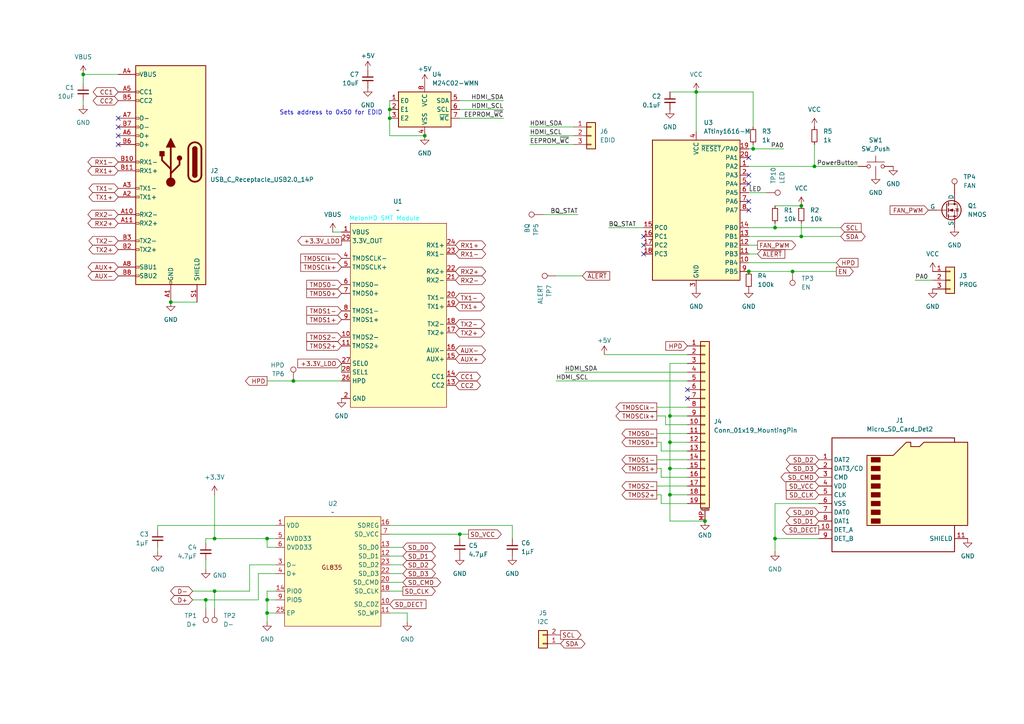
<source format=kicad_sch>
(kicad_sch (version 20250114) (generator "eeschema") (generator_version "9.0")
  (paper "A4")
  (lib_symbols
    (symbol "Connector:Micro_SD_Card_Det2"
      (property "Reference" "J" (at -16.51 17.78 0))
      (property "Value" "Micro_SD_Card_Det2" (at 16.51 17.78 0))
      (symbol "Micro_SD_Card_Det2_1_1"
        (pin bidirectional line (at -22.86 10.16 0) (length 3.81) (name "DAT2") (number "1"))
        (pin bidirectional line (at -22.86 7.62 0) (length 3.81) (name "DAT3/CD") (number "2"))
        (pin input line (at -22.86 5.08 0) (length 3.81) (name "CMD") (number "3"))
        (pin power_in line (at -22.86 2.54 0) (length 3.81) (name "VDD") (number "4"))
        (pin input line (at -22.86 0 0) (length 3.81) (name "CLK") (number "5"))
        (pin power_in line (at -22.86 -2.54 0) (length 3.81) (name "VSS") (number "6"))
        (pin bidirectional line (at -22.86 -5.08 0) (length 3.81) (name "DAT0") (number "7"))
        (pin bidirectional line (at -22.86 -7.62 0) (length 3.81) (name "DAT1") (number "8"))
        (pin passive line (at -22.86 -10.16 0) (length 3.81) (name "DET_A") (number "10"))
        (pin passive line (at -22.86 -12.7 0) (length 3.81) (name "DET_B") (number "9"))
        (pin passive line (at 20.32 -12.7 180) (length 3.81) (name "SHIELD") (number "11"))
      )
    )
    (symbol "Connector:TestPoint" (pin_numbers (hide yes)) (pin_names (offset 0.762) (hide yes))
      (property "Reference" "TP" (at 0 6.858 0))
      (property "Value" "TestPoint" (at 0 5.08 0))
      (symbol "TestPoint_1_1"
        (pin passive line (at 0 0 90) (length 2.54) (name "1") (number "1"))
      )
    )
    (symbol "Connector:USB_C_Receptacle" (pin_names (offset 1.016))
      (property "Reference" "J" (at -10.16 29.21 0))
      (property "Value" "USB_C_Receptacle" (at 10.16 29.21 0))
      (symbol "USB_C_Receptacle_1_1"
        (pin passive line (at -7.62 -40.64 90) (length 5.08) (name "SHIELD") (number "S1"))
        (pin passive line (at 0 -40.64 90) (length 5.08) (name "GND") (number "A1"))
        (pin passive line (at 0 -40.64 90) (length 5.08) (hide yes) (name "GND") (number "A12"))
        (pin passive line (at 0 -40.64 90) (length 5.08) (hide yes) (name "GND") (number "B1"))
        (pin passive line (at 0 -40.64 90) (length 5.08) (hide yes) (name "GND") (number "B12"))
        (pin passive line (at 15.24 25.4 180) (length 5.08) (name "VBUS") (number "A4"))
        (pin passive line (at 15.24 25.4 180) (length 5.08) (hide yes) (name "VBUS") (number "A9"))
        (pin passive line (at 15.24 25.4 180) (length 5.08) (hide yes) (name "VBUS") (number "B4"))
        (pin passive line (at 15.24 25.4 180) (length 5.08) (hide yes) (name "VBUS") (number "B9"))
        (pin bidirectional line (at 15.24 20.32 180) (length 5.08) (name "CC1") (number "A5"))
        (pin bidirectional line (at 15.24 17.78 180) (length 5.08) (name "CC2") (number "B5"))
        (pin bidirectional line (at 15.24 12.7 180) (length 5.08) (name "D-") (number "A7"))
        (pin bidirectional line (at 15.24 10.16 180) (length 5.08) (name "D-") (number "B7"))
        (pin bidirectional line (at 15.24 7.62 180) (length 5.08) (name "D+") (number "A6"))
        (pin bidirectional line (at 15.24 5.08 180) (length 5.08) (name "D+") (number "B6"))
        (pin bidirectional line (at 15.24 0 180) (length 5.08) (name "RX1-") (number "B10"))
        (pin bidirectional line (at 15.24 -2.54 180) (length 5.08) (name "RX1+") (number "B11"))
        (pin bidirectional line (at 15.24 -7.62 180) (length 5.08) (name "TX1-") (number "A3"))
        (pin bidirectional line (at 15.24 -10.16 180) (length 5.08) (name "TX1+") (number "A2"))
        (pin bidirectional line (at 15.24 -15.24 180) (length 5.08) (name "RX2-") (number "A10"))
        (pin bidirectional line (at 15.24 -17.78 180) (length 5.08) (name "RX2+") (number "A11"))
        (pin bidirectional line (at 15.24 -22.86 180) (length 5.08) (name "TX2-") (number "B3"))
        (pin bidirectional line (at 15.24 -25.4 180) (length 5.08) (name "TX2+") (number "B2"))
        (pin bidirectional line (at 15.24 -30.48 180) (length 5.08) (name "SBU1") (number "A8"))
        (pin bidirectional line (at 15.24 -33.02 180) (length 5.08) (name "SBU2") (number "B8"))
      )
    )
    (symbol "Connector_Generic:Conn_01x02" (pin_names (offset 1.016) (hide yes))
      (property "Reference" "J" (at 0 2.54 0))
      (property "Value" "Conn_01x02" (at 0 -5.08 0))
      (symbol "Conn_01x02_1_1"
        (pin passive line (at -5.08 0 0) (length 3.81) (name "Pin_1") (number "1"))
        (pin passive line (at -5.08 -2.54 0) (length 3.81) (name "Pin_2") (number "2"))
      )
    )
    (symbol "Connector_Generic:Conn_01x03" (pin_names (offset 1.016) (hide yes))
      (property "Reference" "J" (at 0 5.08 0))
      (property "Value" "Conn_01x03" (at 0 -5.08 0))
      (symbol "Conn_01x03_1_1"
        (pin passive line (at -5.08 2.54 0) (length 3.81) (name "Pin_1") (number "1"))
        (pin passive line (at -5.08 0 0) (length 3.81) (name "Pin_2") (number "2"))
        (pin passive line (at -5.08 -2.54 0) (length 3.81) (name "Pin_3") (number "3"))
      )
    )
    (symbol "Connector_Generic_MountingPin:Conn_01x19_MountingPin" (pin_names (offset 1.016) (hide yes))
      (property "Reference" "J" (at 0 25.4 0))
      (property "Value" "Conn_01x19_MountingPin" (at 1.27 -25.4 0))
      (symbol "Conn_01x19_MountingPin_1_1"
        (text "Mounting" (at 0 -24.511 0) (effects (font (size 0.381 0.381))))
        (pin passive line (at -5.08 22.86 0) (length 3.81) (name "Pin_1") (number "1"))
        (pin passive line (at -5.08 20.32 0) (length 3.81) (name "Pin_2") (number "2"))
        (pin passive line (at -5.08 17.78 0) (length 3.81) (name "Pin_3") (number "3"))
        (pin passive line (at -5.08 15.24 0) (length 3.81) (name "Pin_4") (number "4"))
        (pin passive line (at -5.08 12.7 0) (length 3.81) (name "Pin_5") (number "5"))
        (pin passive line (at -5.08 10.16 0) (length 3.81) (name "Pin_6") (number "6"))
        (pin passive line (at -5.08 7.62 0) (length 3.81) (name "Pin_7") (number "7"))
        (pin passive line (at -5.08 5.08 0) (length 3.81) (name "Pin_8") (number "8"))
        (pin passive line (at -5.08 2.54 0) (length 3.81) (name "Pin_9") (number "9"))
        (pin passive line (at -5.08 0 0) (length 3.81) (name "Pin_10") (number "10"))
        (pin passive line (at -5.08 -2.54 0) (length 3.81) (name "Pin_11") (number "11"))
        (pin passive line (at -5.08 -5.08 0) (length 3.81) (name "Pin_12") (number "12"))
        (pin passive line (at -5.08 -7.62 0) (length 3.81) (name "Pin_13") (number "13"))
        (pin passive line (at -5.08 -10.16 0) (length 3.81) (name "Pin_14") (number "14"))
        (pin passive line (at -5.08 -12.7 0) (length 3.81) (name "Pin_15") (number "15"))
        (pin passive line (at -5.08 -15.24 0) (length 3.81) (name "Pin_16") (number "16"))
        (pin passive line (at -5.08 -17.78 0) (length 3.81) (name "Pin_17") (number "17"))
        (pin passive line (at -5.08 -20.32 0) (length 3.81) (name "Pin_18") (number "18"))
        (pin passive line (at -5.08 -22.86 0) (length 3.81) (name "Pin_19") (number "19"))
        (pin passive line (at 0 -27.94 90) (length 3.048) (name "MountPin") (number "MP"))
      )
    )
    (symbol "Device:C_Small" (pin_numbers (hide yes)) (pin_names (offset 0.254) (hide yes))
      (property "Reference" "C" (at 0.254 1.778 0))
      (property "Value" "C_Small" (at 0.254 -2.032 0))
      (symbol "C_Small_1_1"
        (pin passive line (at 0 2.54 270) (length 2.032) (name "~") (number "1"))
        (pin passive line (at 0 -2.54 90) (length 2.032) (name "~") (number "2"))
      )
    )
    (symbol "Device:R_Small" (pin_numbers (hide yes)) (pin_names (offset 0.254) (hide yes))
      (property "Reference" "R" (at 0.762 0.508 0))
      (property "Value" "R_Small" (at 0.762 -1.016 0))
      (symbol "R_Small_1_1"
        (pin passive line (at 0 2.54 270) (length 0.762) (name "~") (number "1"))
        (pin passive line (at 0 -2.54 90) (length 0.762) (name "~") (number "2"))
      )
    )
    (symbol "MCU_Microchip_ATtiny:ATtiny1616-M"
      (property "Reference" "U" (at -12.7 21.59 0))
      (property "Value" "ATtiny1616-M" (at 2.54 -21.59 0))
      (symbol "ATtiny1616-M_1_1"
        (pin bidirectional line (at -15.24 -5.08 0) (length 2.54) (name "PC0") (number "15"))
        (pin bidirectional line (at -15.24 -7.62 0) (length 2.54) (name "PC1") (number "16"))
        (pin bidirectional line (at -15.24 -10.16 0) (length 2.54) (name "PC2") (number "17"))
        (pin bidirectional line (at -15.24 -12.7 0) (length 2.54) (name "PC3") (number "18"))
        (pin power_in line (at 0 22.86 270) (length 2.54) (name "VCC") (number "4"))
        (pin passive line (at 0 -22.86 90) (length 2.54) (hide yes) (name "GND") (number "21"))
        (pin power_in line (at 0 -22.86 90) (length 2.54) (name "GND") (number "3"))
        (pin bidirectional line (at 15.24 17.78 180) (length 2.54) (name "~{RESET}/PA0") (number "19"))
        (pin bidirectional line (at 15.24 15.24 180) (length 2.54) (name "PA1") (number "20"))
        (pin bidirectional line (at 15.24 12.7 180) (length 2.54) (name "PA2") (number "1"))
        (pin bidirectional line (at 15.24 10.16 180) (length 2.54) (name "PA3") (number "2"))
        (pin bidirectional line (at 15.24 7.62 180) (length 2.54) (name "PA4") (number "5"))
        (pin bidirectional line (at 15.24 5.08 180) (length 2.54) (name "PA5") (number "6"))
        (pin bidirectional line (at 15.24 2.54 180) (length 2.54) (name "PA6") (number "7"))
        (pin bidirectional line (at 15.24 0 180) (length 2.54) (name "PA7") (number "8"))
        (pin bidirectional line (at 15.24 -5.08 180) (length 2.54) (name "PB0") (number "14"))
        (pin bidirectional line (at 15.24 -7.62 180) (length 2.54) (name "PB1") (number "13"))
        (pin bidirectional line (at 15.24 -10.16 180) (length 2.54) (name "PB2") (number "12"))
        (pin bidirectional line (at 15.24 -12.7 180) (length 2.54) (name "PB3") (number "11"))
        (pin bidirectional line (at 15.24 -15.24 180) (length 2.54) (name "PB4") (number "10"))
        (pin bidirectional line (at 15.24 -17.78 180) (length 2.54) (name "PB5") (number "9"))
      )
    )
    (symbol "Memory_EEPROM:M24C02-WMN"
      (property "Reference" "U" (at -6.35 6.35 0))
      (property "Value" "M24C02-WMN" (at 7.62 6.35 0))
      (symbol "M24C02-WMN_1_1"
        (pin input line (at -10.16 2.54 0) (length 2.54) (name "E0") (number "1"))
        (pin input line (at -10.16 0 0) (length 2.54) (name "E1") (number "2"))
        (pin input line (at -10.16 -2.54 0) (length 2.54) (name "E2") (number "3"))
        (pin power_in line (at 0 7.62 270) (length 2.54) (name "VCC") (number "8"))
        (pin power_in line (at 0 -7.62 90) (length 2.54) (name "VSS") (number "4"))
        (pin bidirectional line (at 10.16 2.54 180) (length 2.54) (name "SDA") (number "5"))
        (pin input line (at 10.16 0 180) (length 2.54) (name "SCL") (number "6"))
        (pin input line (at 10.16 -2.54 180) (length 2.54) (name "~{WC}") (number "7"))
      )
    )
    (symbol "SamacSys_Parts:GL835"
      (property "Reference" "U1" (at 0 19.05 0))
      (property "Value" "~" (at 0 16.51 0))
      (symbol "GL835_1_1"
        (text "GL835" (at -0.254 0.508 0) (effects (font (size 1.27 1.27))))
        (pin input line (at -16.51 12.7 0) (length 2.54) (name "VDD") (number "1"))
        (pin input line (at -16.51 8.89 0) (length 2.54) (name "AVDD33") (number "5"))
        (pin input line (at -16.51 6.35 0) (length 2.54) (name "DVDD33") (number "6"))
        (pin input line (at -16.51 1.27 0) (length 2.54) (name "D-") (number "3"))
        (pin input line (at -16.51 -1.27 0) (length 2.54) (name "D+") (number "4"))
        (pin input line (at -16.51 -6.35 0) (length 2.54) (name "PIO0") (number "14"))
        (pin input line (at -16.51 -8.89 0) (length 2.54) (name "PIO5") (number "9"))
        (pin input line (at -16.51 -12.7 0) (length 2.54) (name "EP") (number "25"))
        (pin input line (at 16.51 12.7 180) (length 2.54) (name "SDREG") (number "16"))
        (pin input line (at 16.51 10.16 180) (length 2.54) (name "SD_VCC") (number "7"))
        (pin input line (at 16.51 6.35 180) (length 2.54) (name "SD_D0") (number "13"))
        (pin input line (at 16.51 3.81 180) (length 2.54) (name "SD_D1") (number "12"))
        (pin input line (at 16.51 1.27 180) (length 2.54) (name "SD_D2") (number "23"))
        (pin input line (at 16.51 -1.27 180) (length 2.54) (name "SD_D3") (number "22"))
        (pin input line (at 16.51 -3.81 180) (length 2.54) (name "SD_CMD") (number "20"))
        (pin input line (at 16.51 -6.35 180) (length 2.54) (name "SD_CLK") (number "18"))
        (pin input line (at 16.51 -10.16 180) (length 2.54) (name "SD_CDZ") (number "10"))
        (pin input line (at 16.51 -12.7 180) (length 2.54) (name "SD_WP") (number "11"))
      )
    )
    (symbol "Simulation_SPICE:NMOS" (pin_numbers (hide yes)) (pin_names (offset 0))
      (property "Reference" "Q2" (at 6.35 1.2701 0))
      (property "Value" "NMOS" (at 6.35 -1.2699 0))
      (symbol "NMOS_1_1"
        (pin input line (at -5.08 0 0) (length 2.54) (name "G") (number "1"))
        (pin passive line (at 2.54 5.08 270) (length 2.54) (name "D") (number "3"))
        (pin passive line (at 2.54 -5.08 90) (length 2.54) (name "S") (number "2"))
      )
    )
    (symbol "Switch:SW_Push" (pin_numbers (hide yes)) (pin_names (offset 1.016) (hide yes))
      (property "Reference" "SW1" (at 0 7.62 0))
      (property "Value" "SW_Push" (at 0 5.08 0))
      (symbol "SW_Push_0_1"
        (pin passive line (at -5.08 0 0) (length 2.54) (name "1") (number "1"))
        (pin passive line (at 5.08 0 180) (length 2.54) (name "2") (number "2"))
      )
      (symbol "SW_Push_1_1"
        (pin passive line (at 0 -2.54 90) (length 2.54) (name "MP") (number "MP"))
      )
    )
    (symbol "melonHD_module:melonHD_SMT"
      (property "Reference" "U4" (at -18.034 25.654 0))
      (property "Value" "~" (at -5.2172 25.4 0))
      (symbol "melonHD_SMT_1_1"
        (text "MelonHD SMT Module" (at -9.144 23.114 0) (effects (font (size 1.27 1.27))))
        (pin input line (at -21.59 19.05 0) (length 2.54) (name "VBUS") (number "1"))
        (pin input line (at -21.59 16.51 0) (length 2.54) (name "3.3V_OUT") (number "29"))
        (pin input line (at -21.59 11.43 0) (length 2.54) (name "TMDSCLK-") (number "4"))
        (pin input line (at -21.59 8.89 0) (length 2.54) (name "TMDSCLK+") (number "5"))
        (pin input line (at -21.59 3.81 0) (length 2.54) (name "TMDS0-") (number "6"))
        (pin input line (at -21.59 1.27 0) (length 2.54) (name "TMDS0+") (number "7"))
        (pin input line (at -21.59 -3.81 0) (length 2.54) (name "TMDS1-") (number "8"))
        (pin input line (at -21.59 -6.35 0) (length 2.54) (name "TMDS1+") (number "9"))
        (pin input line (at -21.59 -11.43 0) (length 2.54) (name "TMDS2-") (number "10"))
        (pin input line (at -21.59 -13.97 0) (length 2.54) (name "TMDS2+") (number "11"))
        (pin input line (at -21.59 -19.05 0) (length 2.54) (name "SEL0") (number "27"))
        (pin input line (at -21.59 -21.59 0) (length 2.54) (name "SEL1") (number "28"))
        (pin input line (at -21.59 -24.13 0) (length 2.54) (name "HPD") (number "26"))
        (pin input line (at -21.59 -29.21 0) (length 2.54) (hide yes) (name "GND") (number "12"))
        (pin input line (at -21.59 -29.21 0) (length 2.54) (name "GND") (number "2"))
        (pin input line (at -21.59 -29.21 0) (length 2.54) (hide yes) (name "GND") (number "25"))
        (pin input line (at -21.59 -29.21 0) (length 2.54) (hide yes) (name "GND") (number "3"))
        (pin input line (at -21.59 -29.21 0) (length 2.54) (hide yes) (name "GND") (number "30"))
        (pin input line (at -21.59 -29.21 0) (length 2.54) (hide yes) (name "GND") (number "31"))
        (pin input line (at 11.43 15.24 180) (length 2.54) (name "RX1+") (number "24"))
        (pin input line (at 11.43 12.7 180) (length 2.54) (name "RX1-") (number "23"))
        (pin input line (at 11.43 7.62 180) (length 2.54) (name "RX2+") (number "22"))
        (pin input line (at 11.43 5.08 180) (length 2.54) (name "RX2-") (number "21"))
        (pin input line (at 11.43 0 180) (length 2.54) (name "TX1-") (number "20"))
        (pin input line (at 11.43 -2.54 180) (length 2.54) (name "TX1+") (number "19"))
        (pin input line (at 11.43 -7.62 180) (length 2.54) (name "TX2-") (number "18"))
        (pin input line (at 11.43 -10.16 180) (length 2.54) (name "TX2+") (number "17"))
        (pin input line (at 11.43 -15.24 180) (length 2.54) (name "AUX-") (number "16"))
        (pin input line (at 11.43 -17.78 180) (length 2.54) (name "AUX+") (number "15"))
        (pin input line (at 11.43 -22.86 180) (length 2.54) (name "CC1") (number "14"))
        (pin input line (at 11.43 -25.4 180) (length 2.54) (name "CC2") (number "13"))
      )
    )
    (symbol "power:+3.3V" (power) (pin_numbers (hide yes)) (pin_names (offset 0) (hide yes))
      (property "Value" "+3.3V" (at 0 3.556 0))
      (symbol "+3.3V_1_1"
        (pin power_in line (at 0 0 90) (length 0) (name "~") (number "1"))
      )
    )
    (symbol "power:+5V" (power) (pin_names (offset 0))
      (property "Value" "+5V" (at 0 3.556 0))
      (symbol "+5V_1_1"
        (pin power_in line (at 0 0 90) (length 0) (hide yes) (name "+5V") (number "1"))
      )
    )
    (symbol "power:GND" (power) (pin_numbers (hide yes)) (pin_names (offset 0) (hide yes))
      (property "Value" "GND" (at 0 -3.81 0))
      (symbol "GND_1_1"
        (pin power_in line (at 0 0 270) (length 0) (name "~") (number "1"))
      )
    )
    (symbol "power:VBUS" (power) (pin_numbers (hide yes)) (pin_names (offset 0) (hide yes))
      (property "Value" "VBUS" (at 0 3.556 0))
      (symbol "VBUS_1_1"
        (pin power_in line (at 0 0 90) (length 0) (name "~") (number "1"))
      )
    )
    (symbol "power:VCC" (power) (pin_numbers (hide yes)) (pin_names (offset 0) (hide yes))
      (property "Value" "VCC" (at 0 3.556 0))
      (symbol "VCC_1_1"
        (pin power_in line (at 0 0 90) (length 0) (name "~") (number "1"))
      )
    )
  )
  (text "Sets address to 0x50 for EDID" (at 96.012 32.766 0) (effects (font (size 1.27 1.27))))
  (junction (at 224.79 66.04))
  (junction (at 77.47 156.21))
  (junction (at 123.19 39.37))
  (junction (at 194.31 135.89))
  (junction (at 59.69 173.99))
  (junction (at 77.47 177.8))
  (junction (at 194.31 128.27))
  (junction (at 113.03 31.75))
  (junction (at 62.23 171.45))
  (junction (at 133.35 154.94))
  (junction (at 62.23 156.21))
  (junction (at 24.13 21.59))
  (junction (at 194.31 120.65))
  (junction (at 236.22 48.26))
  (junction (at 232.41 68.58))
  (junction (at 217.17 78.74))
  (junction (at 194.31 143.51))
  (junction (at 85.09 110.49))
  (junction (at 77.47 173.99))
  (junction (at 204.47 151.13))
  (junction (at 229.87 78.74))
  (junction (at 232.41 59.69))
  (junction (at 49.53 87.63))
  (junction (at 218.44 43.18))
  (junction (at 201.93 26.67))
  (junction (at 113.03 34.29))
  (junction (at 224.79 156.21))
  (no_connect (at 217.17 53.34))
  (no_connect (at 217.17 50.8))
  (no_connect (at 186.69 71.12))
  (no_connect (at 199.39 113.03))
  (no_connect (at 186.69 68.58))
  (no_connect (at 34.29 41.91))
  (no_connect (at 186.69 73.66))
  (no_connect (at 34.29 39.37))
  (no_connect (at 199.39 115.57))
  (no_connect (at 34.29 36.83))
  (no_connect (at 217.17 58.42))
  (no_connect (at 34.29 34.29))
  (no_connect (at 217.17 45.72))
  (no_connect (at 217.17 60.96))
  (wire (pts (xy 116.84 171.45) (xy 113.03 171.45)))
  (wire (pts (xy 118.11 180.34) (xy 118.11 177.8)))
  (wire (pts (xy 236.22 48.26) (xy 248.92 48.26)))
  (wire (pts (xy 161.29 110.49) (xy 199.39 110.49)))
  (wire (pts (xy 217.17 43.18) (xy 218.44 43.18)))
  (wire (pts (xy 59.69 162.56) (xy 59.69 165.1)))
  (wire (pts (xy 133.35 154.94) (xy 135.89 154.94)))
  (wire (pts (xy 74.93 166.37) (xy 80.01 166.37)))
  (wire (pts (xy 55.88 171.45) (xy 62.23 171.45)))
  (wire (pts (xy 217.17 76.2) (xy 242.57 76.2)))
  (wire (pts (xy 224.79 156.21) (xy 237.49 156.21)))
  (wire (pts (xy 219.71 73.66) (xy 217.17 73.66)))
  (wire (pts (xy 157.48 62.23) (xy 167.64 62.23)))
  (wire (pts (xy 153.67 39.37) (xy 166.37 39.37)))
  (wire (pts (xy 62.23 171.45) (xy 62.23 176.53)))
  (wire (pts (xy 224.79 64.77) (xy 224.79 66.04)))
  (wire (pts (xy 232.41 68.58) (xy 243.84 68.58)))
  (wire (pts (xy 153.67 36.83) (xy 166.37 36.83)))
  (wire (pts (xy 224.79 156.21) (xy 224.79 160.02)))
  (wire (pts (xy 199.39 135.89) (xy 194.31 135.89)))
  (wire (pts (xy 224.79 66.04) (xy 243.84 66.04)))
  (wire (pts (xy 217.17 68.58) (xy 232.41 68.58)))
  (wire (pts (xy 218.44 26.67) (xy 218.44 36.83)))
  (wire (pts (xy 194.31 26.67) (xy 201.93 26.67)))
  (wire (pts (xy 80.01 177.8) (xy 77.47 177.8)))
  (wire (pts (xy 190.5 125.73) (xy 199.39 125.73)))
  (wire (pts (xy 96.52 67.31) (xy 99.06 67.31)))
  (wire (pts (xy 24.13 29.21) (xy 24.13 30.48)))
  (wire (pts (xy 199.39 105.41) (xy 194.31 105.41)))
  (wire (pts (xy 77.47 158.75) (xy 77.47 156.21)))
  (wire (pts (xy 191.77 135.89) (xy 190.5 135.89)))
  (wire (pts (xy 148.59 152.4) (xy 148.59 156.21)))
  (wire (pts (xy 194.31 143.51) (xy 194.31 151.13)))
  (wire (pts (xy 133.35 29.21) (xy 146.05 29.21)))
  (wire (pts (xy 176.53 66.04) (xy 186.69 66.04)))
  (wire (pts (xy 218.44 43.18) (xy 227.33 43.18)))
  (wire (pts (xy 77.47 171.45) (xy 77.47 173.99)))
  (wire (pts (xy 77.47 173.99) (xy 80.01 173.99)))
  (wire (pts (xy 218.44 41.91) (xy 218.44 43.18)))
  (wire (pts (xy 80.01 171.45) (xy 77.47 171.45)))
  (wire (pts (xy 219.71 71.12) (xy 217.17 71.12)))
  (wire (pts (xy 191.77 128.27) (xy 191.77 130.81)))
  (wire (pts (xy 116.84 158.75) (xy 113.03 158.75)))
  (wire (pts (xy 77.47 173.99) (xy 77.47 177.8)))
  (wire (pts (xy 163.83 107.95) (xy 199.39 107.95)))
  (wire (pts (xy 194.31 151.13) (xy 204.47 151.13)))
  (wire (pts (xy 113.03 34.29) (xy 113.03 39.37)))
  (wire (pts (xy 113.03 152.4) (xy 148.59 152.4)))
  (wire (pts (xy 237.49 146.05) (xy 224.79 146.05)))
  (wire (pts (xy 153.67 41.91) (xy 166.37 41.91)))
  (wire (pts (xy 62.23 143.51) (xy 62.23 156.21)))
  (wire (pts (xy 190.5 140.97) (xy 199.39 140.97)))
  (wire (pts (xy 199.39 143.51) (xy 194.31 143.51)))
  (wire (pts (xy 59.69 173.99) (xy 59.69 176.53)))
  (wire (pts (xy 74.93 173.99) (xy 74.93 166.37)))
  (wire (pts (xy 113.03 29.21) (xy 113.03 31.75)))
  (wire (pts (xy 85.09 110.49) (xy 99.06 110.49)))
  (wire (pts (xy 193.04 120.65) (xy 193.04 123.19)))
  (wire (pts (xy 265.43 81.28) (xy 270.51 81.28)))
  (wire (pts (xy 59.69 157.48) (xy 59.69 156.21)))
  (wire (pts (xy 77.47 110.49) (xy 85.09 110.49)))
  (wire (pts (xy 116.84 163.83) (xy 113.03 163.83)))
  (wire (pts (xy 77.47 177.8) (xy 77.47 180.34)))
  (wire (pts (xy 24.13 21.59) (xy 34.29 21.59)))
  (wire (pts (xy 194.31 135.89) (xy 194.31 143.51)))
  (wire (pts (xy 99.06 105.41) (xy 99.06 107.95)))
  (wire (pts (xy 194.31 128.27) (xy 194.31 135.89)))
  (wire (pts (xy 232.41 64.77) (xy 232.41 68.58)))
  (wire (pts (xy 191.77 146.05) (xy 191.77 143.51)))
  (wire (pts (xy 161.29 80.01) (xy 168.91 80.01)))
  (wire (pts (xy 113.03 154.94) (xy 133.35 154.94)))
  (wire (pts (xy 217.17 48.26) (xy 236.22 48.26)))
  (wire (pts (xy 201.93 26.67) (xy 218.44 26.67)))
  (wire (pts (xy 190.5 118.11) (xy 199.39 118.11)))
  (wire (pts (xy 116.84 168.91) (xy 113.03 168.91)))
  (wire (pts (xy 190.5 133.35) (xy 199.39 133.35)))
  (wire (pts (xy 229.87 78.74) (xy 217.17 78.74)))
  (wire (pts (xy 113.03 39.37) (xy 123.19 39.37)))
  (wire (pts (xy 175.26 102.87) (xy 199.39 102.87)))
  (wire (pts (xy 193.04 123.19) (xy 199.39 123.19)))
  (wire (pts (xy 45.72 160.02) (xy 45.72 158.75)))
  (wire (pts (xy 116.84 166.37) (xy 113.03 166.37)))
  (wire (pts (xy 242.57 78.74) (xy 229.87 78.74)))
  (wire (pts (xy 55.88 173.99) (xy 59.69 173.99)))
  (wire (pts (xy 45.72 153.67) (xy 45.72 152.4)))
  (wire (pts (xy 72.39 171.45) (xy 72.39 163.83)))
  (wire (pts (xy 190.5 128.27) (xy 191.77 128.27)))
  (wire (pts (xy 199.39 138.43) (xy 191.77 138.43)))
  (wire (pts (xy 217.17 55.88) (xy 222.25 55.88)))
  (wire (pts (xy 199.39 120.65) (xy 194.31 120.65)))
  (wire (pts (xy 59.69 173.99) (xy 74.93 173.99)))
  (wire (pts (xy 113.03 177.8) (xy 118.11 177.8)))
  (wire (pts (xy 199.39 130.81) (xy 191.77 130.81)))
  (wire (pts (xy 45.72 152.4) (xy 80.01 152.4)))
  (wire (pts (xy 113.03 31.75) (xy 113.03 34.29)))
  (wire (pts (xy 191.77 138.43) (xy 191.77 135.89)))
  (wire (pts (xy 191.77 143.51) (xy 190.5 143.51)))
  (wire (pts (xy 62.23 156.21) (xy 77.47 156.21)))
  (wire (pts (xy 194.31 120.65) (xy 194.31 128.27)))
  (wire (pts (xy 24.13 24.13) (xy 24.13 21.59)))
  (wire (pts (xy 224.79 146.05) (xy 224.79 156.21)))
  (wire (pts (xy 133.35 31.75) (xy 146.05 31.75)))
  (wire (pts (xy 80.01 158.75) (xy 77.47 158.75)))
  (wire (pts (xy 199.39 146.05) (xy 191.77 146.05)))
  (wire (pts (xy 133.35 154.94) (xy 133.35 156.21)))
  (wire (pts (xy 133.35 34.29) (xy 146.05 34.29)))
  (wire (pts (xy 59.69 156.21) (xy 62.23 156.21)))
  (wire (pts (xy 72.39 163.83) (xy 80.01 163.83)))
  (wire (pts (xy 77.47 156.21) (xy 80.01 156.21)))
  (wire (pts (xy 49.53 87.63) (xy 57.15 87.63)))
  (wire (pts (xy 224.79 59.69) (xy 232.41 59.69)))
  (wire (pts (xy 199.39 128.27) (xy 194.31 128.27)))
  (wire (pts (xy 236.22 41.91) (xy 236.22 48.26)))
  (wire (pts (xy 62.23 171.45) (xy 72.39 171.45)))
  (wire (pts (xy 190.5 120.65) (xy 193.04 120.65)))
  (wire (pts (xy 116.84 161.29) (xy 113.03 161.29)))
  (wire (pts (xy 201.93 26.67) (xy 201.93 38.1)))
  (wire (pts (xy 194.31 105.41) (xy 194.31 120.65)))
  (wire (pts (xy 217.17 66.04) (xy 224.79 66.04)))
  (label "LED" (at 217.17 55.88 0))
  (label "EEPROM_~{WC}" (at 153.67 41.91 0))
  (label "BQ_STAT" (at 167.64 62.23 180))
  (label "BQ_STAT" (at 176.53 66.04 0))
  (label "HDMI_SCL" (at 161.29 110.49 0))
  (label "PA0" (at 227.33 43.18 180))
  (label "HDMI_SDA" (at 146.05 29.21 180))
  (label "PA0" (at 265.43 81.28 0))
  (label "HDMI_SCL" (at 146.05 31.75 180))
  (label "HDMI_SDA" (at 153.67 36.83 0))
  (label "EEPROM_~{WC}" (at 146.05 34.29 180))
  (label "HDMI_SCL" (at 153.67 39.37 0))
  (label "PowerButton" (at 248.92 48.26 180))
  (label "HDMI_SDA" (at 163.83 107.95 0))
  (global_label "TMDSClk-" (shape input) (at 99.06 74.93 180) (property "Intersheetrefs" "${INTERSHEET_REFS}" (effects (hide yes))))
  (global_label "RX1+" (shape bidirectional) (at 34.29 49.53 180) (property "Intersheetrefs" "${INTERSHEET_REFS}" (effects (hide yes))))
  (global_label "SD_CMD" (shape bidirectional) (at 116.84 168.91 0) (property "Intersheetrefs" "${INTERSHEET_REFS}" (effects (hide yes))))
  (global_label "TMDS0-" (shape output) (at 190.5 125.73 180) (property "Intersheetrefs" "${INTERSHEET_REFS}" (effects (hide yes))))
  (global_label "TX2-" (shape bidirectional) (at 132.08 93.98 0) (property "Intersheetrefs" "${INTERSHEET_REFS}" (effects (hide yes))))
  (global_label "SD_DECT" (shape input) (at 113.03 175.26 0) (property "Intersheetrefs" "${INTERSHEET_REFS}" (effects (hide yes))))
  (global_label "TX2-" (shape bidirectional) (at 34.29 69.85 180) (property "Intersheetrefs" "${INTERSHEET_REFS}" (effects (hide yes))))
  (global_label "TMDS1-" (shape output) (at 190.5 133.35 180) (property "Intersheetrefs" "${INTERSHEET_REFS}" (effects (hide yes))))
  (global_label "SD_D3" (shape bidirectional) (at 237.49 135.89 180) (property "Intersheetrefs" "${INTERSHEET_REFS}" (effects (hide yes))))
  (global_label "SD_DECT" (shape output) (at 237.49 153.67 180) (property "Intersheetrefs" "${INTERSHEET_REFS}" (effects (hide yes))))
  (global_label "AUX-" (shape bidirectional) (at 34.29 80.01 180) (property "Intersheetrefs" "${INTERSHEET_REFS}" (effects (hide yes))))
  (global_label "SCL" (shape output) (at 162.56 184.15 0) (property "Intersheetrefs" "${INTERSHEET_REFS}" (effects (hide yes))))
  (global_label "TMDSClk-" (shape output) (at 190.5 118.11 180) (property "Intersheetrefs" "${INTERSHEET_REFS}" (effects (hide yes))))
  (global_label "EN" (shape output) (at 242.57 78.74 0) (property "Intersheetrefs" "${INTERSHEET_REFS}" (effects (hide yes))))
  (global_label "SD_D1" (shape bidirectional) (at 116.84 161.29 0) (property "Intersheetrefs" "${INTERSHEET_REFS}" (effects (hide yes))))
  (global_label "TX1+" (shape bidirectional) (at 132.08 88.9 0) (property "Intersheetrefs" "${INTERSHEET_REFS}" (effects (hide yes))))
  (global_label "TMDSClk+" (shape input) (at 99.06 77.47 180) (property "Intersheetrefs" "${INTERSHEET_REFS}" (effects (hide yes))))
  (global_label "SD_D2" (shape bidirectional) (at 116.84 163.83 0) (property "Intersheetrefs" "${INTERSHEET_REFS}" (effects (hide yes))))
  (global_label "TMDS2-" (shape input) (at 99.06 97.79 180) (property "Intersheetrefs" "${INTERSHEET_REFS}" (effects (hide yes))))
  (global_label "TMDS0-" (shape input) (at 99.06 82.55 180) (property "Intersheetrefs" "${INTERSHEET_REFS}" (effects (hide yes))))
  (global_label "TMDS1-" (shape input) (at 99.06 90.17 180) (property "Intersheetrefs" "${INTERSHEET_REFS}" (effects (hide yes))))
  (global_label "SD_CLK" (shape input) (at 237.49 143.51 180) (property "Intersheetrefs" "${INTERSHEET_REFS}" (effects (hide yes))))
  (global_label "HPD" (shape input) (at 242.57 76.2 0) (property "Intersheetrefs" "${INTERSHEET_REFS}" (effects (hide yes))))
  (global_label "SD_CLK" (shape output) (at 116.84 171.45 0) (property "Intersheetrefs" "${INTERSHEET_REFS}" (effects (hide yes))))
  (global_label "CC1" (shape bidirectional) (at 34.29 26.67 180) (property "Intersheetrefs" "${INTERSHEET_REFS}" (effects (hide yes))))
  (global_label "TMDS2+" (shape input) (at 99.06 100.33 180) (property "Intersheetrefs" "${INTERSHEET_REFS}" (effects (hide yes))))
  (global_label "TMDSClk+" (shape output) (at 190.5 120.65 180) (property "Intersheetrefs" "${INTERSHEET_REFS}" (effects (hide yes))))
  (global_label "RX1-" (shape bidirectional) (at 34.29 46.99 180) (property "Intersheetrefs" "${INTERSHEET_REFS}" (effects (hide yes))))
  (global_label "+3.3V_LDO" (shape input) (at 99.06 105.41 180) (property "Intersheetrefs" "${INTERSHEET_REFS}" (effects (hide yes))))
  (global_label "RX2-" (shape bidirectional) (at 132.08 81.28 0) (property "Intersheetrefs" "${INTERSHEET_REFS}" (effects (hide yes))))
  (global_label "SD_D2" (shape bidirectional) (at 237.49 133.35 180) (property "Intersheetrefs" "${INTERSHEET_REFS}" (effects (hide yes))))
  (global_label "TX1-" (shape bidirectional) (at 34.29 54.61 180) (property "Intersheetrefs" "${INTERSHEET_REFS}" (effects (hide yes))))
  (global_label "TX2+" (shape bidirectional) (at 34.29 72.39 180) (property "Intersheetrefs" "${INTERSHEET_REFS}" (effects (hide yes))))
  (global_label "RX1-" (shape bidirectional) (at 132.08 73.66 0) (property "Intersheetrefs" "${INTERSHEET_REFS}" (effects (hide yes))))
  (global_label "SD_D3" (shape bidirectional) (at 116.84 166.37 0) (property "Intersheetrefs" "${INTERSHEET_REFS}" (effects (hide yes))))
  (global_label "AUX+" (shape bidirectional) (at 132.08 104.14 0) (property "Intersheetrefs" "${INTERSHEET_REFS}" (effects (hide yes))))
  (global_label "HPD" (shape input) (at 199.39 100.33 180) (property "Intersheetrefs" "${INTERSHEET_REFS}" (effects (hide yes))))
  (global_label "AUX-" (shape bidirectional) (at 132.08 101.6 0) (property "Intersheetrefs" "${INTERSHEET_REFS}" (effects (hide yes))))
  (global_label "CC2" (shape bidirectional) (at 34.29 29.21 180) (property "Intersheetrefs" "${INTERSHEET_REFS}" (effects (hide yes))))
  (global_label "RX2+" (shape bidirectional) (at 34.29 64.77 180) (property "Intersheetrefs" "${INTERSHEET_REFS}" (effects (hide yes))))
  (global_label "CC1" (shape bidirectional) (at 132.08 109.22 0) (property "Intersheetrefs" "${INTERSHEET_REFS}" (effects (hide yes))))
  (global_label "SD_VCC" (shape input) (at 237.49 140.97 180) (property "Intersheetrefs" "${INTERSHEET_REFS}" (effects (hide yes))))
  (global_label "AUX+" (shape bidirectional) (at 34.29 77.47 180) (property "Intersheetrefs" "${INTERSHEET_REFS}" (effects (hide yes))))
  (global_label "FAN_PWM" (shape output) (at 219.71 71.12 0) (property "Intersheetrefs" "${INTERSHEET_REFS}" (effects (hide yes))))
  (global_label "TMDS1+" (shape input) (at 99.06 92.71 180) (property "Intersheetrefs" "${INTERSHEET_REFS}" (effects (hide yes))))
  (global_label "SD_D0" (shape bidirectional) (at 116.84 158.75 0) (property "Intersheetrefs" "${INTERSHEET_REFS}" (effects (hide yes))))
  (global_label "~{ALERT}" (shape input) (at 219.71 73.66 0) (property "Intersheetrefs" "${INTERSHEET_REFS}" (effects (hide yes))))
  (global_label "SD_CMD" (shape bidirectional) (at 237.49 138.43 180) (property "Intersheetrefs" "${INTERSHEET_REFS}" (effects (hide yes))))
  (global_label "RX2+" (shape bidirectional) (at 132.08 78.74 0) (property "Intersheetrefs" "${INTERSHEET_REFS}" (effects (hide yes))))
  (global_label "TX2+" (shape bidirectional) (at 132.08 96.52 0) (property "Intersheetrefs" "${INTERSHEET_REFS}" (effects (hide yes))))
  (global_label "RX1+" (shape bidirectional) (at 132.08 71.12 0) (property "Intersheetrefs" "${INTERSHEET_REFS}" (effects (hide yes))))
  (global_label "TX1+" (shape bidirectional) (at 34.29 57.15 180) (property "Intersheetrefs" "${INTERSHEET_REFS}" (effects (hide yes))))
  (global_label "SCL" (shape input) (at 243.84 66.04 0) (property "Intersheetrefs" "${INTERSHEET_REFS}" (effects (hide yes))))
  (global_label "+3.3V_LDO" (shape output) (at 99.06 69.85 180) (property "Intersheetrefs" "${INTERSHEET_REFS}" (effects (hide yes))))
  (global_label "TMDS1+" (shape output) (at 190.5 135.89 180) (property "Intersheetrefs" "${INTERSHEET_REFS}" (effects (hide yes))))
  (global_label "CC2" (shape bidirectional) (at 132.08 111.76 0) (property "Intersheetrefs" "${INTERSHEET_REFS}" (effects (hide yes))))
  (global_label "SD_VCC" (shape output) (at 135.89 154.94 0) (property "Intersheetrefs" "${INTERSHEET_REFS}" (effects (hide yes))))
  (global_label "HPD" (shape output) (at 77.47 110.49 180) (property "Intersheetrefs" "${INTERSHEET_REFS}" (effects (hide yes))))
  (global_label "TX1-" (shape bidirectional) (at 132.08 86.36 0) (property "Intersheetrefs" "${INTERSHEET_REFS}" (effects (hide yes))))
  (global_label "SD_D1" (shape bidirectional) (at 237.49 151.13 180) (property "Intersheetrefs" "${INTERSHEET_REFS}" (effects (hide yes))))
  (global_label "D-" (shape bidirectional) (at 55.88 171.45 180) (property "Intersheetrefs" "${INTERSHEET_REFS}" (effects (hide yes))))
  (global_label "D+" (shape bidirectional) (at 55.88 173.99 180) (property "Intersheetrefs" "${INTERSHEET_REFS}" (effects (hide yes))))
  (global_label "TMDS2+" (shape output) (at 190.5 143.51 180) (property "Intersheetrefs" "${INTERSHEET_REFS}" (effects (hide yes))))
  (global_label "FAN_PWM" (shape input) (at 269.24 60.96 180) (property "Intersheetrefs" "${INTERSHEET_REFS}" (effects (hide yes))))
  (global_label "TMDS0+" (shape input) (at 99.06 85.09 180) (property "Intersheetrefs" "${INTERSHEET_REFS}" (effects (hide yes))))
  (global_label "TMDS2-" (shape output) (at 190.5 140.97 180) (property "Intersheetrefs" "${INTERSHEET_REFS}" (effects (hide yes))))
  (global_label "SDA" (shape bidirectional) (at 243.84 68.58 0) (property "Intersheetrefs" "${INTERSHEET_REFS}" (effects (hide yes))))
  (global_label "RX2-" (shape bidirectional) (at 34.29 62.23 180) (property "Intersheetrefs" "${INTERSHEET_REFS}" (effects (hide yes))))
  (global_label "SDA" (shape bidirectional) (at 162.56 186.69 0) (property "Intersheetrefs" "${INTERSHEET_REFS}" (effects (hide yes))))
  (global_label "TMDS0+" (shape output) (at 190.5 128.27 180) (property "Intersheetrefs" "${INTERSHEET_REFS}" (effects (hide yes))))
  (global_label "~{ALERT}" (shape input) (at 168.91 80.01 0) (property "Intersheetrefs" "${INTERSHEET_REFS}" (effects (hide yes))))
  (global_label "SD_D0" (shape bidirectional) (at 237.49 148.59 180) (property "Intersheetrefs" "${INTERSHEET_REFS}" (effects (hide yes))))
  (symbol (lib_id "power:GND") (at 45.72 160.02 0) (unit 1)
    (property "Reference" "#PWR010" (effects (hide yes)))
    (property "Value" "GND" (at 45.72 165.1 0))
    (property "Description" "Power symbol creates a global label with name \"GND\" , ground" (effects (hide yes)))
  )
  (symbol (lib_id "Device:R_Small") (at 218.44 39.37 180) (unit 1)
    (property "Reference" "R3" (at 220.98 38.0999 0) (effects (justify right)))
    (property "Value" "1k" (at 220.98 40.6399 0) (effects (justify right)))
    (property "Footprint" "Resistor_SMD:R_0402_1005Metric" (effects (hide yes)))
    (property "Description" "Resistor, small symbol" (effects (hide yes)))
  )
  (symbol (lib_id "power:GND") (at 201.93 83.82 0) (unit 1)
    (property "Reference" "#PWR018" (effects (hide yes)))
    (property "Value" "GND" (at 201.93 88.9 0))
    (property "Description" "Power symbol creates a global label with name \"GND\" , ground" (effects (hide yes)))
  )
  (symbol (lib_id "Connector:TestPoint") (at 222.25 55.88 270) (unit 1)
    (property "Reference" "TP10" (at 224.2819 53.34 0) (effects (justify right)))
    (property "Value" "LED" (at 226.8219 53.34 0) (effects (justify right)))
    (property "Footprint" "cafebara:TestPoint_Pad_D1.0mm_Small" (effects (hide yes)))
    (property "Description" "test point" (effects (hide yes)))
  )
  (symbol (lib_id "Device:C_Small") (at 45.72 156.21 0) (mirror y) (unit 1)
    (property "Reference" "C3" (at 43.18 154.9462 0) (effects (justify left)))
    (property "Value" "1μF" (at 43.18 157.4862 0) (effects (justify left)))
    (property "Footprint" "Capacitor_SMD:C_0402_1005Metric" (effects (hide yes)))
    (property "Description" "Unpolarized capacitor, small symbol" (effects (hide yes)))
  )
  (symbol (lib_id "power:VCC") (at 201.93 26.67 0) (unit 1)
    (property "Reference" "#PWR09" (effects (hide yes)))
    (property "Value" "VCC" (at 201.93 21.59 0))
    (property "Description" "Power symbol creates a global label with name \"VCC\"" (effects (hide yes)))
  )
  (symbol (lib_id "power:GND") (at 24.13 30.48 0) (unit 1)
    (property "Reference" "#PWR024" (effects (hide yes)))
    (property "Value" "GND" (at 24.13 35.56 0))
    (property "Description" "Power symbol creates a global label with name \"GND\" , ground" (effects (hide yes)))
  )
  (symbol (lib_id "power:+5V") (at 106.68 20.32 0) (unit 1)
    (property "Reference" "#PWR05" (effects (hide yes)))
    (property "Value" "+5V" (at 106.68 16.1869 0))
    (property "Description" "Power symbol creates a global label with name \"+5V\"" (effects (hide yes)))
  )
  (symbol (lib_id "power:VCC") (at 232.41 59.69 0) (unit 1)
    (property "Reference" "#PWR057" (effects (hide yes)))
    (property "Value" "VCC" (at 232.41 54.61 0))
    (property "Description" "Power symbol creates a global label with name \"VCC\"" (effects (hide yes)))
  )
  (symbol (lib_id "Connector_Generic:Conn_01x03") (at 275.59 81.28 0) (unit 1)
    (property "Reference" "J3" (at 278.13 80.0099 0) (effects (justify left)))
    (property "Value" "PROG" (at 278.13 82.5499 0) (effects (justify left)))
    (property "Footprint" "cafebara:UPDI Pads" (effects (hide yes)))
    (property "Description" "Generic connector, single row, 01x03, script generated (kicad-library-utils/schlib/autogen/connector/)" (effects (hide yes)))
  )
  (symbol (lib_id "power:GND") (at 148.59 161.29 0) (mirror y) (unit 1)
    (property "Reference" "#PWR016" (effects (hide yes)))
    (property "Value" "GND" (at 148.59 166.37 0))
    (property "Description" "Power symbol creates a global label with name \"GND\" , ground" (effects (hide yes)))
  )
  (symbol (lib_id "Device:C_Small") (at 148.59 158.75 0) (unit 1)
    (property "Reference" "C6" (at 151.13 157.4862 0) (effects (justify left)))
    (property "Value" "1μF" (at 151.13 160.0262 0) (effects (justify left)))
    (property "Footprint" "Capacitor_SMD:C_0603_1608Metric" (effects (hide yes)))
    (property "Description" "Unpolarized capacitor, small symbol" (effects (hide yes)))
  )
  (symbol (lib_id "power:GND") (at 106.68 25.4 0) (unit 1)
    (property "Reference" "#PWR08" (effects (hide yes)))
    (property "Value" "GND" (at 106.68 30.48 0))
    (property "Description" "Power symbol creates a global label with name \"GND\" , ground" (effects (hide yes)))
  )
  (symbol (lib_id "power:GND") (at 270.51 83.82 0) (unit 1)
    (property "Reference" "#PWR025" (effects (hide yes)))
    (property "Value" "GND" (at 270.51 88.9 0))
    (property "Description" "Power symbol creates a global label with name \"GND\" , ground" (effects (hide yes)))
  )
  (symbol (lib_id "power:+5V") (at 175.26 102.87 0) (unit 1)
    (property "Reference" "#PWR01" (effects (hide yes)))
    (property "Value" "+5V" (at 175.26 98.7369 0))
    (property "Description" "Power symbol creates a global label with name \"+5V\"" (effects (hide yes)))
  )
  (symbol (lib_id "Switch:SW_Push") (at 254 48.26 0) (unit 1)
    (property "Reference" "SW1" (at 254 40.64 0))
    (property "Value" "SW_Push" (at 254 43.18 0))
    (property "Footprint" "Button_Switch_THT:SW_Tactile_SPST_Angled_PTS645Vx58-2LFS" (effects (hide yes)))
    (property "Description" "Push button switch, generic, two pins" (effects (hide yes)))
    (property "Mouser" "https://www.digikey.com.au/en/products/detail/te-connectivity-alcoswitch-switches/1-1825027-7/1632546" (effects (hide yes)))
  )
  (symbol (lib_id "power:GND") (at 217.17 83.82 0) (unit 1)
    (property "Reference" "#PWR026" (effects (hide yes)))
    (property "Value" "GND" (at 217.17 88.9 0))
    (property "Description" "Power symbol creates a global label with name \"GND\" , ground" (effects (hide yes)))
  )
  (symbol (lib_id "power:+3.3V") (at 62.23 143.51 0) (unit 1)
    (property "Reference" "#PWR012" (effects (hide yes)))
    (property "Value" "+3.3V" (at 62.23 138.43 0))
    (property "Description" "Power symbol creates a global label with name \"+3.3V\"" (effects (hide yes)))
  )
  (symbol (lib_id "Device:R_Small") (at 232.41 62.23 180) (unit 1)
    (property "Reference" "R2" (at 234.95 60.9599 0) (effects (justify right)))
    (property "Value" "10k" (at 234.95 63.4999 0) (effects (justify right)))
    (property "Footprint" "Resistor_SMD:R_0402_1005Metric" (effects (hide yes)))
    (property "Description" "Resistor, small symbol" (effects (hide yes)))
  )
  (symbol (lib_id "Device:R_Small") (at 224.79 62.23 180) (unit 1)
    (property "Reference" "R1" (at 227.33 60.9599 0) (effects (justify right)))
    (property "Value" "10k" (at 227.33 63.4999 0) (effects (justify right)))
    (property "Footprint" "Resistor_SMD:R_0402_1005Metric" (effects (hide yes)))
    (property "Description" "Resistor, small symbol" (effects (hide yes)))
  )
  (symbol (lib_id "power:GND") (at 224.79 160.02 0) (unit 1)
    (property "Reference" "#PWR07" (effects (hide yes)))
    (property "Value" "GND" (at 224.79 165.1 0))
    (property "Description" "Power symbol creates a global label with name \"GND\" , ground" (effects (hide yes)))
  )
  (symbol (lib_id "MCU_Microchip_ATtiny:ATtiny1616-M") (at 201.93 60.96 0) (unit 1)
    (property "Reference" "U3" (at 204.0733 35.56 0) (effects (justify left)))
    (property "Value" "ATtiny1616-M" (at 204.0733 38.1 0) (effects (justify left)))
    (property "Footprint" "Package_DFN_QFN:VQFN-20-1EP_3x3mm_P0.4mm_EP1.7x1.7mm" (effects (hide yes)))
    (property "Datasheet" "http://ww1.microchip.com/downloads/en/DeviceDoc/ATtiny3216_ATtiny1616-data-sheet-40001997B.pdf" (effects (hide yes)))
    (property "Description" "20MHz, 16kB Flash, 2kB SRAM, 256B EEPROM, VQFN-20" (effects (hide yes)))
  )
  (symbol (lib_id "power:GND") (at 280.67 156.21 0) (unit 1)
    (property "Reference" "#PWR06" (effects (hide yes)))
    (property "Value" "GND" (at 280.67 161.29 0))
    (property "Description" "Power symbol creates a global label with name \"GND\" , ground" (effects (hide yes)))
  )
  (symbol (lib_id "Connector:TestPoint") (at 276.86 55.88 0) (unit 1)
    (property "Reference" "TP4" (at 279.4 51.3079 0) (effects (justify left)))
    (property "Value" "FAN" (at 279.4 53.8479 0) (effects (justify left)))
    (property "Footprint" "TestPoint:TestPoint_Pad_D1.5mm" (effects (hide yes)))
    (property "Description" "test point" (effects (hide yes)))
  )
  (symbol (lib_id "Connector:TestPoint") (at 229.87 78.74 180) (unit 1)
    (property "Reference" "TP3" (at 232.41 80.7719 0) (effects (justify right)))
    (property "Value" "EN" (at 232.41 83.3119 0) (effects (justify right)))
    (property "Footprint" "cafebara:TestPoint_Pad_D1.0mm_Small" (effects (hide yes)))
    (property "Description" "test point" (effects (hide yes)))
  )
  (symbol (lib_id "Device:C_Small") (at 106.68 22.86 0) (mirror y) (unit 1)
    (property "Reference" "C7" (at 104.14 21.5962 0) (effects (justify left)))
    (property "Value" "10uF" (at 104.14 24.1362 0) (effects (justify left)))
    (property "Footprint" "Capacitor_SMD:C_0603_1608Metric" (effects (hide yes)))
    (property "Description" "Unpolarized capacitor, small symbol" (effects (hide yes)))
  )
  (symbol (lib_id "Connector:TestPoint") (at 157.48 62.23 90) (unit 1)
    (property "Reference" "TP5" (at 155.4481 64.77 0) (effects (justify right)))
    (property "Value" "BQ" (at 152.9081 64.77 0) (effects (justify right)))
    (property "Footprint" "cafebara:TestPoint_Pad_D1.0mm_Small" (effects (hide yes)))
    (property "Description" "test point" (effects (hide yes)))
  )
  (symbol (lib_id "Device:C_Small") (at 59.69 160.02 0) (mirror y) (unit 1)
    (property "Reference" "C4" (at 57.15 158.7562 0) (effects (justify left)))
    (property "Value" "4.7μF" (at 57.15 161.2962 0) (effects (justify left)))
    (property "Footprint" "Capacitor_SMD:C_0402_1005Metric" (effects (hide yes)))
    (property "Description" "Unpolarized capacitor, small symbol" (effects (hide yes)))
  )
  (symbol (lib_id "power:GND") (at 49.53 87.63 0) (unit 1)
    (property "Reference" "#PWR021" (effects (hide yes)))
    (property "Value" "GND" (at 49.53 92.71 0))
    (property "Description" "Power symbol creates a global label with name \"GND\" , ground" (effects (hide yes)))
  )
  (symbol (lib_id "Simulation_SPICE:NMOS") (at 274.32 60.96 0) (unit 1)
    (property "Reference" "Q1" (at 280.67 59.6899 0) (effects (justify left)))
    (property "Value" "NMOS" (at 280.67 62.2299 0) (effects (justify left)))
    (property "Footprint" "Package_TO_SOT_SMD:SOT-523" (effects (hide yes)))
    (property "Datasheet" "https://ngspice.sourceforge.io/docs/ngspice-html-manual/manual.xhtml#cha_MOSFETs" (effects (hide yes)))
    (property "Description" "N-MOSFET transistor, drain/source/gate" (effects (hide yes)))
    (property "Sim.Device" "NMOS" (effects (hide yes)))
    (property "Sim.Type" "VDMOS" (effects (hide yes)))
    (property "Sim.Pins" "1=D 2=G 3=S" (effects (hide yes)))
    (property "MouserOld" "https://au.mouser.com/ProductDetail/Diodes-Incorporated/DMN2310U-7?qs=xZ%2FP%252Ba9zWqY%252BAdKLxIytvQ%3D%3D" (effects (hide yes)))
    (property "Digikey" "https://www.digikey.com.au/en/products/detail/good-ark-semiconductor/SSF2320Y/18667769" (effects (hide yes)))
  )
  (symbol (lib_id "power:GND") (at 254 50.8 0) (unit 1)
    (property "Reference" "#PWR029" (effects (hide yes)))
    (property "Value" "GND" (at 254 55.88 0))
    (property "Description" "Power symbol creates a global label with name \"GND\" , ground" (effects (hide yes)))
  )
  (symbol (lib_id "Connector:TestPoint") (at 62.23 176.53 180) (unit 1)
    (property "Reference" "TP2" (at 64.77 178.5619 0) (effects (justify right)))
    (property "Value" "D-" (at 64.77 181.1019 0) (effects (justify right)))
    (property "Footprint" "cafebara:TestPoint_Pad_D1.0mm_Small" (effects (hide yes)))
    (property "Description" "test point" (effects (hide yes)))
  )
  (symbol (lib_id "power:GND") (at 276.86 66.04 0) (unit 1)
    (property "Reference" "#PWR028" (effects (hide yes)))
    (property "Value" "GND" (at 276.86 71.12 0))
    (property "Description" "Power symbol creates a global label with name \"GND\" , ground" (effects (hide yes)))
  )
  (symbol (lib_id "power:GND") (at 259.08 48.26 0) (unit 1)
    (property "Reference" "#PWR020" (effects (hide yes)))
    (property "Value" "GND" (at 259.08 53.34 0))
    (property "Description" "Power symbol creates a global label with name \"GND\" , ground" (effects (hide yes)))
  )
  (symbol (lib_id "Connector:TestPoint") (at 85.09 110.49 0) (unit 1)
    (property "Reference" "TP6" (at 82.55 108.4581 0) (effects (justify right)))
    (property "Value" "HPD" (at 82.55 105.9181 0) (effects (justify right)))
    (property "Footprint" "TestPoint:TestPoint_Pad_D1.5mm" (effects (hide yes)))
    (property "Description" "test point" (effects (hide yes)))
  )
  (symbol (lib_id "Connector:Micro_SD_Card_Det2") (at 260.35 143.51 0) (unit 1)
    (property "Reference" "J1" (at 260.985 121.92 0))
    (property "Value" "Micro_SD_Card_Det2" (at 260.985 124.46 0))
    (property "Footprint" "Connector_Card:microSD_HC_Hirose_DM3D-SF" (effects (hide yes)))
    (property "Datasheet" "https://www.hirose.com/en/product/document?clcode=&productname=&series=DM3&documenttype=Catalog&lang=en&documentid=D49662_en" (effects (hide yes)))
    (property "Description" "Micro SD Card Socket with two card detection pins" (effects (hide yes)))
    (property "Model" "DM3D-SF(41)" (effects (hide yes)))
  )
  (symbol (lib_id "power:GND") (at 194.31 31.75 0) (unit 1)
    (property "Reference" "#PWR022" (effects (hide yes)))
    (property "Value" "GND" (at 194.31 36.83 0))
    (property "Description" "Power symbol creates a global label with name \"GND\" , ground" (effects (hide yes)))
  )
  (symbol (lib_id "Memory_EEPROM:M24C02-WMN") (at 123.19 31.75 0) (unit 1)
    (property "Reference" "U4" (at 125.3333 21.59 0) (effects (justify left)))
    (property "Value" "M24C02-WMN" (at 125.3333 24.13 0) (effects (justify left)))
    (property "Footprint" "Package_SO:SOIC-8_3.9x4.9mm_P1.27mm" (effects (hide yes)))
    (property "Datasheet" "http://www.st.com/content/ccc/resource/technical/document/datasheet/b0/d8/50/40/5a/85/49/6f/DM00071904.pdf/files/DM00071904.pdf/jcr:content/translations/en.DM00071904.pdf" (effects (hide yes)))
    (property "Description" "2Kb (256x8) I2C Serial EEPROM, 2.5-5.5V, SOIC-8" (effects (hide yes)))
  )
  (symbol (lib_id "power:GND") (at 59.69 165.1 0) (unit 1)
    (property "Reference" "#PWR011" (effects (hide yes)))
    (property "Value" "GND" (at 63.754 166.878 0))
    (property "Description" "Power symbol creates a global label with name \"GND\" , ground" (effects (hide yes)))
  )
  (symbol (lib_id "Connector_Generic:Conn_01x03") (at 171.45 39.37 0) (unit 1)
    (property "Reference" "J6" (at 173.99 38.0999 0) (effects (justify left)))
    (property "Value" "EDID" (at 173.99 40.6399 0) (effects (justify left)))
    (property "Footprint" "cafebara:UPDI Pads" (effects (hide yes)))
    (property "Description" "Generic connector, single row, 01x03, script generated (kicad-library-utils/schlib/autogen/connector/)" (effects (hide yes)))
  )
  (symbol (lib_id "power:GND") (at 77.47 180.34 0) (unit 1)
    (property "Reference" "#PWR013" (effects (hide yes)))
    (property "Value" "GND" (at 77.47 185.42 0))
    (property "Description" "Power symbol creates a global label with name \"GND\" , ground" (effects (hide yes)))
  )
  (symbol (lib_id "power:GND") (at 204.47 151.13 0) (unit 1)
    (property "Reference" "#PWR02" (effects (hide yes)))
    (property "Value" "GND" (at 204.47 155.2631 0))
    (property "Description" "Power symbol creates a global label with name \"GND\" , ground" (effects (hide yes)))
  )
  (symbol (lib_id "power:VBUS") (at 24.13 21.59 0) (unit 1)
    (property "Reference" "#PWR033" (effects (hide yes)))
    (property "Value" "VBUS" (at 24.13 16.51 0))
    (property "Description" "Power symbol creates a global label with name \"VBUS\"" (effects (hide yes)))
  )
  (symbol (lib_id "power:VBUS") (at 96.52 67.31 0) (unit 1)
    (property "Reference" "#PWR034" (effects (hide yes)))
    (property "Value" "VBUS" (at 96.52 62.23 0))
    (property "Description" "Power symbol creates a global label with name \"VBUS\"" (effects (hide yes)))
  )
  (symbol (lib_id "Device:R_Small") (at 236.22 39.37 180) (unit 1)
    (property "Reference" "R5" (at 238.76 38.0999 0) (effects (justify right)))
    (property "Value" "1k" (at 238.76 40.6399 0) (effects (justify right)))
    (property "Footprint" "Resistor_SMD:R_0402_1005Metric" (effects (hide yes)))
    (property "Description" "Resistor, small symbol" (effects (hide yes)))
  )
  (symbol (lib_id "Device:C_Small") (at 133.35 158.75 0) (unit 1)
    (property "Reference" "C5" (at 135.89 158.242 0) (effects (justify left)))
    (property "Value" "4.7μF" (at 135.89 160.782 0) (effects (justify left)))
    (property "Footprint" "Capacitor_SMD:C_0603_1608Metric" (effects (hide yes)))
    (property "Description" "Unpolarized capacitor, small symbol" (effects (hide yes)))
  )
  (symbol (lib_id "Connector:TestPoint") (at 59.69 176.53 0) (mirror x) (unit 1)
    (property "Reference" "TP1" (at 57.15 178.5619 0) (effects (justify right)))
    (property "Value" "D+" (at 57.15 181.1019 0) (effects (justify right)))
    (property "Footprint" "cafebara:TestPoint_Pad_D1.0mm_Small" (effects (hide yes)))
    (property "Description" "test point" (effects (hide yes)))
  )
  (symbol (lib_id "Connector:USB_C_Receptacle") (at 49.53 46.99 0) (mirror y) (unit 1)
    (property "Reference" "J2" (at 60.96 49.5299 0) (effects (justify right)))
    (property "Value" "USB_C_Receptacle_USB2.0_14P" (at 60.96 52.0699 0) (effects (justify right)))
    (property "Footprint" "cafebara:GCT_USB4080-03-A_REVA1" (effects (hide yes)))
    (property "Datasheet" "https://www.usb.org/sites/default/files/documents/usb_type-c.zip" (effects (hide yes)))
    (property "Description" "USB Full-Featured Type-C Receptacle connector" (effects (hide yes)))
  )
  (symbol (lib_id "Device:C_Small") (at 24.13 26.67 0) (mirror y) (unit 1)
    (property "Reference" "C1" (at 21.59 25.4062 0) (effects (justify left)))
    (property "Value" "10uF" (at 21.59 27.9462 0) (effects (justify left)))
    (property "Footprint" "Capacitor_SMD:C_0603_1608Metric" (effects (hide yes)))
    (property "Description" "Unpolarized capacitor, small symbol" (effects (hide yes)))
  )
  (symbol (lib_id "power:VCC") (at 270.51 78.74 0) (unit 1)
    (property "Reference" "#PWR027" (effects (hide yes)))
    (property "Value" "VCC" (at 270.51 73.66 0))
    (property "Description" "Power symbol creates a global label with name \"VCC\"" (effects (hide yes)))
  )
  (symbol (lib_id "power:GND") (at 133.35 161.29 0) (unit 1)
    (property "Reference" "#PWR015" (effects (hide yes)))
    (property "Value" "GND" (at 133.35 166.37 0))
    (property "Description" "Power symbol creates a global label with name \"GND\" , ground" (effects (hide yes)))
  )
  (symbol (lib_id "power:GND") (at 99.06 115.57 0) (unit 1)
    (property "Reference" "#PWR030" (effects (hide yes)))
    (property "Value" "GND" (at 99.06 120.65 0))
    (property "Description" "Power symbol creates a global label with name \"GND\" , ground" (effects (hide yes)))
  )
  (symbol (lib_id "Connector:TestPoint") (at 161.29 80.01 90) (unit 1)
    (property "Reference" "TP7" (at 159.2581 82.55 0) (effects (justify right)))
    (property "Value" "ALERT" (at 156.7181 82.55 0) (effects (justify right)))
    (property "Footprint" "cafebara:TestPoint_Pad_D1.0mm_Small" (effects (hide yes)))
    (property "Description" "test point" (effects (hide yes)))
  )
  (symbol (lib_id "SamacSys_Parts:GL835") (at 96.52 165.1 0) (unit 1)
    (property "Reference" "U2" (at 96.52 146.05 0))
    (property "Value" "~" (at 96.52 148.59 0))
    (property "Footprint" "Package_DFN_QFN:HVQFN-24-1EP_4x4mm_P0.5mm_EP2.5x2.5mm" (effects (hide yes)))
  )
  (symbol (lib_id "power:GND") (at 118.11 180.34 0) (unit 1)
    (property "Reference" "#PWR014" (effects (hide yes)))
    (property "Value" "GND" (at 118.11 185.42 0))
    (property "Description" "Power symbol creates a global label with name \"GND\" , ground" (effects (hide yes)))
  )
  (symbol (lib_id "Device:R_Small") (at 217.17 81.28 0) (unit 1)
    (property "Reference" "R4" (at 219.71 80.0099 0) (effects (justify left)))
    (property "Value" "100k" (at 219.71 82.5499 0) (effects (justify left)))
    (property "Footprint" "Resistor_SMD:R_0402_1005Metric" (effects (hide yes)))
    (property "Description" "Resistor, small symbol" (effects (hide yes)))
  )
  (symbol (lib_id "power:+5V") (at 123.19 24.13 0) (unit 1)
    (property "Reference" "#PWR03" (effects (hide yes)))
    (property "Value" "+5V" (at 123.19 19.9969 0))
    (property "Description" "Power symbol creates a global label with name \"+5V\"" (effects (hide yes)))
  )
  (symbol (lib_id "Connector_Generic_MountingPin:Conn_01x19_MountingPin") (at 204.47 123.19 0) (unit 1)
    (property "Reference" "J4" (at 207.01 122.2755 0) (effects (justify left)))
    (property "Value" "Conn_01x19_MountingPin" (at 207.01 124.8155 0) (effects (justify left)))
    (property "Footprint" "Connector_FFC-FPC:TE_1-1734839-9_1x19-1MP_P0.5mm_Horizontal" (effects (hide yes)))
    (property "Description" "Generic connectable mounting pin connector, single row, 01x19, script generated (kicad-library-utils/schlib/autogen/connector/)" (effects (hide yes)))
  )
  (symbol (lib_id "power:VCC") (at 236.22 36.83 0) (unit 1)
    (property "Reference" "#PWR017" (effects (hide yes)))
    (property "Value" "VCC" (at 236.22 31.75 0))
    (property "Description" "Power symbol creates a global label with name \"VCC\"" (effects (hide yes)))
  )
  (symbol (lib_id "melonHD_module:melonHD_SMT") (at 120.65 86.36 0) (unit 1)
    (property "Reference" "U1" (at 115.3875 58.42 0))
    (property "Value" "~" (at 115.3875 60.96 0))
    (property "Footprint" "cafebara:melonHD_SMT" (effects (hide yes)))
  )
  (symbol (lib_id "power:GND") (at 123.19 39.37 0) (unit 1)
    (property "Reference" "#PWR04" (effects (hide yes)))
    (property "Value" "GND" (at 123.19 44.45 0))
    (property "Description" "Power symbol creates a global label with name \"GND\" , ground" (effects (hide yes)))
  )
  (symbol (lib_id "Device:C_Small") (at 194.31 29.21 0) (mirror y) (unit 1)
    (property "Reference" "C2" (at 191.77 27.9462 0) (effects (justify left)))
    (property "Value" "0.1uF" (at 191.77 30.4862 0) (effects (justify left)))
    (property "Footprint" "Capacitor_SMD:C_0603_1608Metric" (effects (hide yes)))
    (property "Description" "Unpolarized capacitor, small symbol" (effects (hide yes)))
  )
  (symbol (lib_id "Connector_Generic:Conn_01x02") (at 157.48 186.69 180) (unit 1)
    (property "Reference" "J5" (at 157.48 177.8 0))
    (property "Value" "I2C" (at 157.48 180.34 0))
    (property "Footprint" "Connector_PinSocket_1.00mm:PinSocket_1x02_P1.00mm_Vertical" (effects (hide yes)))
    (property "Description" "Generic connector, single row, 01x02, script generated (kicad-library-utils/schlib/autogen/connector/)" (effects (hide yes)))
  )
)
</source>
